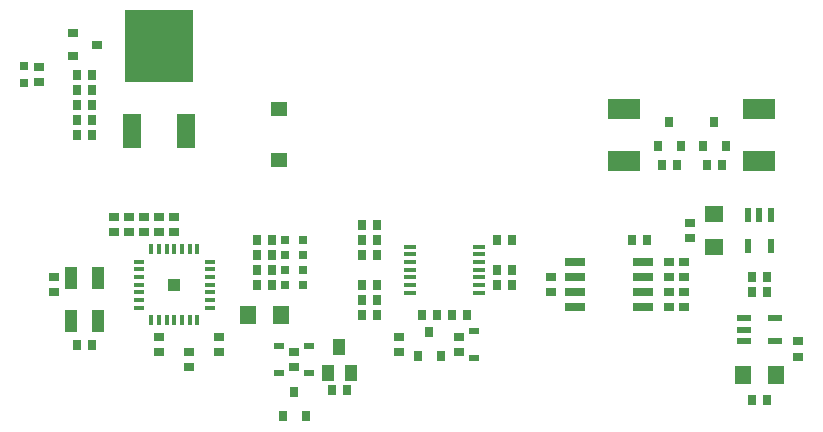
<source format=gbr>
G04 EAGLE Gerber RS-274X export*
G75*
%MOMM*%
%FSLAX34Y34*%
%LPD*%
%INSolderpaste Top*%
%IPPOS*%
%AMOC8*
5,1,8,0,0,1.08239X$1,22.5*%
G01*
%ADD10R,1.400000X1.600000*%
%ADD11R,0.900000X0.700000*%
%ADD12R,0.700000X0.900000*%
%ADD13R,0.990600X0.304800*%
%ADD14R,0.830000X0.630000*%
%ADD15R,2.700000X1.800000*%
%ADD16R,1.750000X0.650000*%
%ADD17R,0.850000X0.350000*%
%ADD18R,0.350000X0.850000*%
%ADD19R,1.000000X1.000000*%
%ADD20R,0.800000X0.900000*%
%ADD21R,0.550000X1.200000*%
%ADD22R,1.100000X1.900000*%
%ADD23R,0.900000X0.800000*%
%ADD24R,1.600000X3.000000*%
%ADD25R,5.800000X6.200000*%
%ADD26R,1.000000X1.400000*%
%ADD27R,0.800000X0.800000*%
%ADD28R,1.200000X0.550000*%
%ADD29R,1.470000X1.270000*%
%ADD30R,1.600000X1.400000*%


D10*
X229900Y139700D03*
X201900Y139700D03*
D11*
X38100Y171600D03*
X38100Y158600D03*
D12*
X70000Y114300D03*
X57000Y114300D03*
D11*
X139700Y209400D03*
X139700Y222400D03*
X127000Y120800D03*
X127000Y107800D03*
D13*
X339050Y197300D03*
X339050Y190800D03*
X339050Y184300D03*
X339050Y177800D03*
X339050Y171300D03*
X339050Y164800D03*
X339050Y158300D03*
X397550Y158300D03*
X397550Y164800D03*
X397550Y171300D03*
X397550Y177800D03*
X397550Y184300D03*
X397550Y190800D03*
X397550Y197300D03*
D12*
X362100Y139700D03*
X349100Y139700D03*
X298300Y139700D03*
X311300Y139700D03*
X298300Y190500D03*
X311300Y190500D03*
X374500Y139700D03*
X387500Y139700D03*
X425600Y177800D03*
X412600Y177800D03*
X412600Y165100D03*
X425600Y165100D03*
X311300Y215900D03*
X298300Y215900D03*
X311300Y203200D03*
X298300Y203200D03*
X412600Y203200D03*
X425600Y203200D03*
X57000Y317500D03*
X70000Y317500D03*
X285900Y76200D03*
X272900Y76200D03*
X57000Y330200D03*
X70000Y330200D03*
X70000Y342900D03*
X57000Y342900D03*
D11*
X381000Y107800D03*
X381000Y120800D03*
X241300Y108100D03*
X241300Y95100D03*
X330200Y120800D03*
X330200Y107800D03*
D14*
X254000Y90100D03*
X254000Y113100D03*
X393700Y102800D03*
X393700Y125800D03*
X228600Y90100D03*
X228600Y113100D03*
D11*
X576580Y217320D03*
X576580Y204320D03*
D12*
X641500Y171450D03*
X628500Y171450D03*
D15*
X520700Y270100D03*
X520700Y314100D03*
D12*
X552300Y266700D03*
X565300Y266700D03*
D15*
X635000Y270100D03*
X635000Y314100D03*
D12*
X590400Y266700D03*
X603400Y266700D03*
D16*
X479266Y184150D03*
X536734Y184150D03*
X479266Y171450D03*
X479266Y158750D03*
X536734Y171450D03*
X536734Y158750D03*
X479266Y146050D03*
X536734Y146050D03*
D12*
X526900Y203200D03*
X539900Y203200D03*
D11*
X458470Y158600D03*
X458470Y171600D03*
X127000Y209400D03*
X127000Y222400D03*
X558800Y184300D03*
X558800Y171300D03*
X558800Y145900D03*
X558800Y158900D03*
X571500Y184300D03*
X571500Y171300D03*
X571500Y145900D03*
X571500Y158900D03*
D12*
X311300Y165100D03*
X298300Y165100D03*
X70000Y292100D03*
X57000Y292100D03*
D17*
X109700Y184600D03*
X109700Y178100D03*
X109700Y171600D03*
X109700Y165100D03*
X109700Y158600D03*
X109700Y152100D03*
X109700Y145600D03*
D18*
X120200Y135100D03*
X126700Y135100D03*
X133200Y135100D03*
X139700Y135100D03*
X146200Y135100D03*
X152700Y135100D03*
X159200Y135100D03*
D17*
X169700Y145600D03*
X169700Y152100D03*
X169700Y158600D03*
X169700Y165100D03*
X169700Y171600D03*
X169700Y178100D03*
X169700Y184600D03*
D18*
X159200Y195100D03*
X152700Y195100D03*
X146200Y195100D03*
X139700Y195100D03*
X133200Y195100D03*
X126700Y195100D03*
X120200Y195100D03*
D19*
X139690Y165090D03*
D20*
X558800Y303100D03*
X568300Y282100D03*
X549300Y282100D03*
X596900Y303100D03*
X606400Y282100D03*
X587400Y282100D03*
X355600Y125300D03*
X365100Y104300D03*
X346100Y104300D03*
D12*
X311300Y152400D03*
X298300Y152400D03*
D11*
X152400Y95100D03*
X152400Y108100D03*
D21*
X644500Y223821D03*
X635000Y223821D03*
X625500Y223821D03*
X625500Y197819D03*
X644500Y197819D03*
D22*
X75000Y133900D03*
X52000Y170900D03*
X52000Y133900D03*
X75000Y170900D03*
D20*
X241300Y74500D03*
X250800Y53500D03*
X231800Y53500D03*
D23*
X74500Y368300D03*
X53500Y358800D03*
X53500Y377800D03*
D24*
X104200Y294900D03*
X149800Y294900D03*
D25*
X127000Y366700D03*
D26*
X279400Y112600D03*
X288900Y90600D03*
X269900Y90600D03*
D11*
X114300Y209400D03*
X114300Y222400D03*
X88900Y222400D03*
X88900Y209400D03*
X177800Y107800D03*
X177800Y120800D03*
D12*
X209400Y203200D03*
X222400Y203200D03*
X222400Y190500D03*
X209400Y190500D03*
D27*
X233800Y203200D03*
X248800Y203200D03*
X233800Y190500D03*
X248800Y190500D03*
D11*
X101600Y209400D03*
X101600Y222400D03*
D12*
X209400Y177800D03*
X222400Y177800D03*
X222400Y165100D03*
X209400Y165100D03*
D27*
X233800Y177800D03*
X248800Y177800D03*
X233800Y165100D03*
X248800Y165100D03*
D28*
X621999Y136500D03*
X621999Y127000D03*
X621999Y117500D03*
X648001Y117500D03*
X648001Y136500D03*
D29*
X228600Y270600D03*
X228600Y313600D03*
D10*
X649000Y88900D03*
X621000Y88900D03*
D12*
X628500Y67310D03*
X641500Y67310D03*
X641500Y158750D03*
X628500Y158750D03*
D11*
X668020Y116990D03*
X668020Y103990D03*
D12*
X57000Y304800D03*
X70000Y304800D03*
D11*
X25400Y349400D03*
X25400Y336400D03*
D27*
X12700Y335400D03*
X12700Y350400D03*
D30*
X596900Y196820D03*
X596900Y224820D03*
M02*

</source>
